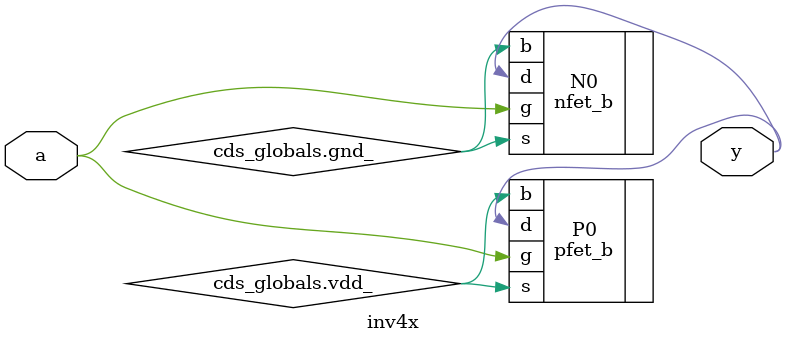
<source format=v>
`timescale 1ns / 1ns 

module inv4x ( y, a );

output  y;

input  a;


specify 
    specparam CDS_LIBNAME  = "static";
    specparam CDS_CELLNAME = "inv4x";
    specparam CDS_VIEWNAME = "schematic";
endspecify

nfet_b  N0 ( .d(y), .g(a), .s(cds_globals.gnd_), .b(cds_globals.gnd_));
pfet_b  P0 ( .b(cds_globals.vdd_), .g(a), .s(cds_globals.vdd_), .d(y));

endmodule

</source>
